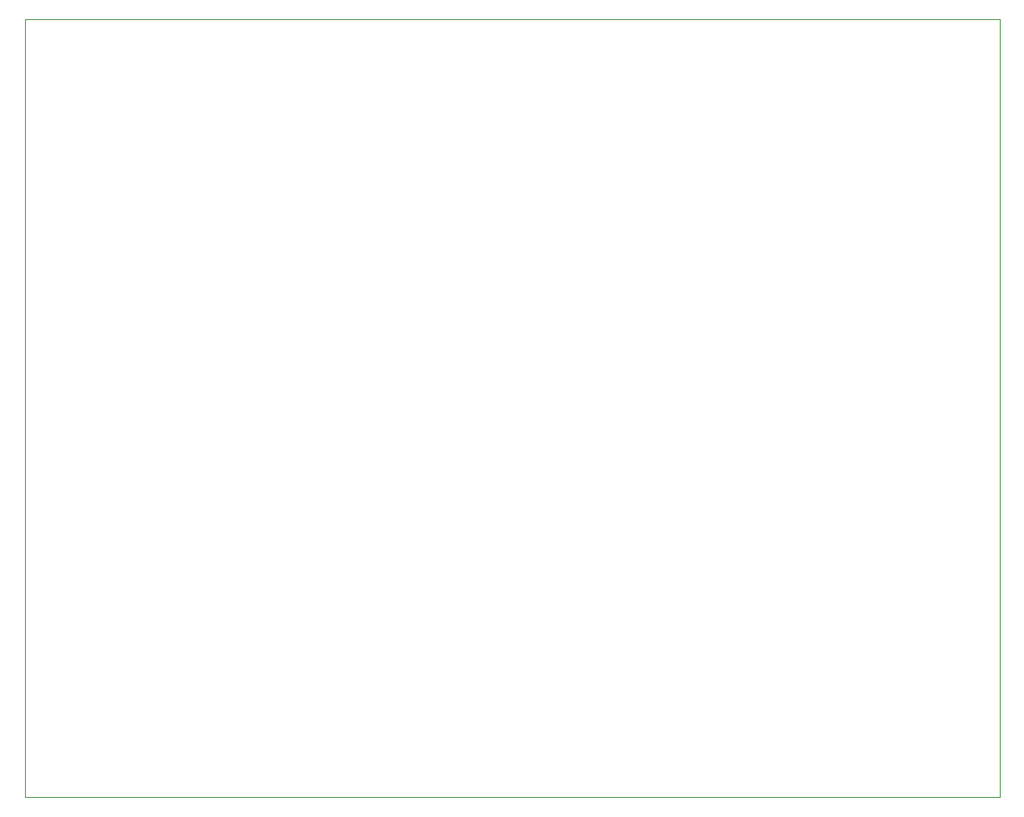
<source format=gbr>
%TF.GenerationSoftware,KiCad,Pcbnew,5.1.6+dfsg1-1*%
%TF.CreationDate,2021-03-04T16:54:05+01:00*%
%TF.ProjectId,pcb_robot_2021A,7063625f-726f-4626-9f74-5f3230323141,2.0*%
%TF.SameCoordinates,Original*%
%TF.FileFunction,Profile,NP*%
%FSLAX46Y46*%
G04 Gerber Fmt 4.6, Leading zero omitted, Abs format (unit mm)*
G04 Created by KiCad (PCBNEW 5.1.6+dfsg1-1) date 2021-03-04 16:54:05*
%MOMM*%
%LPD*%
G01*
G04 APERTURE LIST*
%TA.AperFunction,Profile*%
%ADD10C,0.050000*%
%TD*%
G04 APERTURE END LIST*
D10*
X205000000Y-42000000D02*
X205000000Y-41000000D01*
X205000000Y-120000000D02*
X205000000Y-42000000D01*
X106000000Y-41000000D02*
X106000000Y-120000000D01*
X205000000Y-41000000D02*
X106000000Y-41000000D01*
X106000000Y-120000000D02*
X181000000Y-120000000D01*
X181000000Y-120000000D02*
X205000000Y-120000000D01*
M02*

</source>
